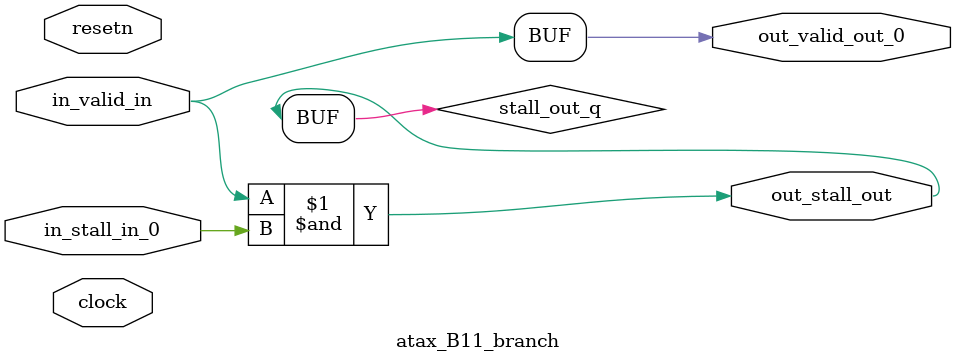
<source format=sv>



(* altera_attribute = "-name AUTO_SHIFT_REGISTER_RECOGNITION OFF; -name MESSAGE_DISABLE 10036; -name MESSAGE_DISABLE 10037; -name MESSAGE_DISABLE 14130; -name MESSAGE_DISABLE 14320; -name MESSAGE_DISABLE 15400; -name MESSAGE_DISABLE 14130; -name MESSAGE_DISABLE 10036; -name MESSAGE_DISABLE 12020; -name MESSAGE_DISABLE 12030; -name MESSAGE_DISABLE 12010; -name MESSAGE_DISABLE 12110; -name MESSAGE_DISABLE 14320; -name MESSAGE_DISABLE 13410; -name MESSAGE_DISABLE 113007; -name MESSAGE_DISABLE 10958" *)
module atax_B11_branch (
    input wire [0:0] in_stall_in_0,
    input wire [0:0] in_valid_in,
    output wire [0:0] out_stall_out,
    output wire [0:0] out_valid_out_0,
    input wire clock,
    input wire resetn
    );

    wire [0:0] stall_out_q;


    // stall_out(LOGICAL,6)
    assign stall_out_q = in_valid_in & in_stall_in_0;

    // out_stall_out(GPOUT,4)
    assign out_stall_out = stall_out_q;

    // out_valid_out_0(GPOUT,5)
    assign out_valid_out_0 = in_valid_in;

endmodule

</source>
